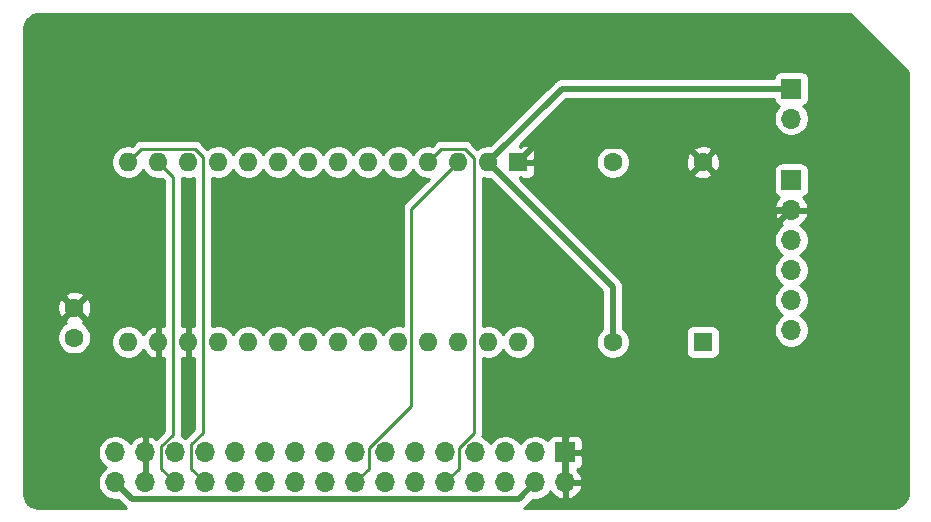
<source format=gbr>
%TF.GenerationSoftware,KiCad,Pcbnew,(5.1.12-1-10_14)*%
%TF.CreationDate,2022-01-05T16:58:03+01:00*%
%TF.ProjectId,kids serial,6b696473-2073-4657-9269-616c2e6b6963,rev?*%
%TF.SameCoordinates,Original*%
%TF.FileFunction,Copper,L2,Bot*%
%TF.FilePolarity,Positive*%
%FSLAX46Y46*%
G04 Gerber Fmt 4.6, Leading zero omitted, Abs format (unit mm)*
G04 Created by KiCad (PCBNEW (5.1.12-1-10_14)) date 2022-01-05 16:58:03*
%MOMM*%
%LPD*%
G01*
G04 APERTURE LIST*
%TA.AperFunction,ComponentPad*%
%ADD10O,1.700000X1.700000*%
%TD*%
%TA.AperFunction,ComponentPad*%
%ADD11R,1.700000X1.700000*%
%TD*%
%TA.AperFunction,ComponentPad*%
%ADD12O,1.600000X1.600000*%
%TD*%
%TA.AperFunction,ComponentPad*%
%ADD13R,1.600000X1.600000*%
%TD*%
%TA.AperFunction,ComponentPad*%
%ADD14C,1.600000*%
%TD*%
%TA.AperFunction,ViaPad*%
%ADD15C,0.800000*%
%TD*%
%TA.AperFunction,Conductor*%
%ADD16C,0.500000*%
%TD*%
%TA.AperFunction,Conductor*%
%ADD17C,0.250000*%
%TD*%
%TA.AperFunction,Conductor*%
%ADD18C,0.254000*%
%TD*%
%TA.AperFunction,Conductor*%
%ADD19C,0.100000*%
%TD*%
G04 APERTURE END LIST*
D10*
%TO.P,J1,32*%
%TO.N,+5V*%
X109016800Y-115138200D03*
%TO.P,J1,31*%
X109016800Y-112598200D03*
%TO.P,J1,30*%
%TO.N,GND*%
X111556800Y-115138200D03*
%TO.P,J1,29*%
X111556800Y-112598200D03*
%TO.P,J1,28*%
%TO.N,/A0*%
X114096800Y-115138200D03*
%TO.P,J1,27*%
%TO.N,/D0*%
X114096800Y-112598200D03*
%TO.P,J1,26*%
%TO.N,/A1*%
X116636800Y-115138200D03*
%TO.P,J1,25*%
%TO.N,/D1*%
X116636800Y-112598200D03*
%TO.P,J1,24*%
%TO.N,/A2*%
X119176800Y-115138200D03*
%TO.P,J1,23*%
%TO.N,/D2*%
X119176800Y-112598200D03*
%TO.P,J1,22*%
%TO.N,/A3*%
X121716800Y-115138200D03*
%TO.P,J1,21*%
%TO.N,/D3*%
X121716800Y-112598200D03*
%TO.P,J1,20*%
%TO.N,/A4*%
X124256800Y-115138200D03*
%TO.P,J1,19*%
%TO.N,/D4*%
X124256800Y-112598200D03*
%TO.P,J1,18*%
%TO.N,/A5*%
X126796800Y-115138200D03*
%TO.P,J1,17*%
%TO.N,/D5*%
X126796800Y-112598200D03*
%TO.P,J1,16*%
%TO.N,~CS*%
X129336800Y-115138200D03*
%TO.P,J1,15*%
%TO.N,/D6*%
X129336800Y-112598200D03*
%TO.P,J1,14*%
%TO.N,R~W*%
X131876800Y-115138200D03*
%TO.P,J1,13*%
%TO.N,/D7*%
X131876800Y-112598200D03*
%TO.P,J1,12*%
%TO.N,CLK*%
X134416800Y-115138200D03*
%TO.P,J1,11*%
%TO.N,~IRQ*%
X134416800Y-112598200D03*
%TO.P,J1,10*%
%TO.N,~RES*%
X136956800Y-115138200D03*
%TO.P,J1,9*%
%TO.N,Net-(J1-Pad9)*%
X136956800Y-112598200D03*
%TO.P,J1,8*%
%TO.N,Net-(J1-Pad8)*%
X139496800Y-115138200D03*
%TO.P,J1,7*%
%TO.N,Net-(J1-Pad7)*%
X139496800Y-112598200D03*
%TO.P,J1,6*%
%TO.N,Net-(J1-Pad6)*%
X142036800Y-115138200D03*
%TO.P,J1,5*%
%TO.N,Net-(J1-Pad5)*%
X142036800Y-112598200D03*
%TO.P,J1,4*%
%TO.N,+5V*%
X144576800Y-115138200D03*
%TO.P,J1,3*%
X144576800Y-112598200D03*
%TO.P,J1,2*%
%TO.N,GND*%
X147116800Y-115138200D03*
D11*
%TO.P,J1,1*%
X147116800Y-112598200D03*
%TD*%
D12*
%TO.P,U1,28*%
%TO.N,R~W*%
X143129000Y-103251000D03*
%TO.P,U1,14*%
%TO.N,/A1*%
X110109000Y-88011000D03*
%TO.P,U1,27*%
%TO.N,CLK*%
X140589000Y-103251000D03*
%TO.P,U1,13*%
%TO.N,/A0*%
X112649000Y-88011000D03*
%TO.P,U1,26*%
%TO.N,~IRQ*%
X138049000Y-103251000D03*
%TO.P,U1,12*%
%TO.N,TXD_IO*%
X115189000Y-88011000D03*
%TO.P,U1,25*%
%TO.N,/D7*%
X135509000Y-103251000D03*
%TO.P,U1,11*%
%TO.N,Net-(U1-Pad11)*%
X117729000Y-88011000D03*
%TO.P,U1,24*%
%TO.N,/D6*%
X132969000Y-103251000D03*
%TO.P,U1,10*%
%TO.N,RXD_IO*%
X120269000Y-88011000D03*
%TO.P,U1,23*%
%TO.N,/D5*%
X130429000Y-103251000D03*
%TO.P,U1,9*%
%TO.N,~RTS_IO*%
X122809000Y-88011000D03*
%TO.P,U1,22*%
%TO.N,/D4*%
X127889000Y-103251000D03*
%TO.P,U1,8*%
%TO.N,~CTS_IO*%
X125349000Y-88011000D03*
%TO.P,U1,21*%
%TO.N,/D3*%
X125349000Y-103251000D03*
%TO.P,U1,7*%
%TO.N,Net-(U1-Pad7)*%
X127889000Y-88011000D03*
%TO.P,U1,20*%
%TO.N,/D2*%
X122809000Y-103251000D03*
%TO.P,U1,6*%
%TO.N,XTAL_CLK*%
X130429000Y-88011000D03*
%TO.P,U1,19*%
%TO.N,/D1*%
X120269000Y-103251000D03*
%TO.P,U1,5*%
%TO.N,Net-(U1-Pad5)*%
X132969000Y-88011000D03*
%TO.P,U1,18*%
%TO.N,/D0*%
X117729000Y-103251000D03*
%TO.P,U1,4*%
%TO.N,~RES*%
X135509000Y-88011000D03*
%TO.P,U1,17*%
%TO.N,GND*%
X115189000Y-103251000D03*
%TO.P,U1,3*%
%TO.N,~CS*%
X138049000Y-88011000D03*
%TO.P,U1,16*%
%TO.N,GND*%
X112649000Y-103251000D03*
%TO.P,U1,2*%
%TO.N,+5V*%
X140589000Y-88011000D03*
%TO.P,U1,15*%
X110109000Y-103251000D03*
D13*
%TO.P,U1,1*%
%TO.N,GND*%
X143129000Y-88011000D03*
%TD*%
D10*
%TO.P,J3,2*%
%TO.N,VCC_IO*%
X166243000Y-84328000D03*
D11*
%TO.P,J3,1*%
%TO.N,+5V*%
X166243000Y-81788000D03*
%TD*%
D10*
%TO.P,J2,6*%
%TO.N,~CTS_IO*%
X166243000Y-102235000D03*
%TO.P,J2,5*%
%TO.N,~RTS_IO*%
X166243000Y-99695000D03*
%TO.P,J2,4*%
%TO.N,RXD_IO*%
X166243000Y-97155000D03*
%TO.P,J2,3*%
%TO.N,TXD_IO*%
X166243000Y-94615000D03*
%TO.P,J2,2*%
%TO.N,GND*%
X166243000Y-92075000D03*
D11*
%TO.P,J2,1*%
%TO.N,VCC_IO*%
X166243000Y-89535000D03*
%TD*%
D14*
%TO.P,C1,2*%
%TO.N,GND*%
X105537000Y-100370000D03*
%TO.P,C1,1*%
%TO.N,+5V*%
X105537000Y-102870000D03*
%TD*%
D13*
%TO.P,X1,1*%
%TO.N,Net-(X1-Pad1)*%
X158750000Y-103251000D03*
D14*
%TO.P,X1,14*%
%TO.N,+5V*%
X151130000Y-103251000D03*
%TO.P,X1,8*%
%TO.N,XTAL_CLK*%
X151130000Y-88011000D03*
%TO.P,X1,7*%
%TO.N,GND*%
X158750000Y-88011000D03*
%TD*%
D15*
%TO.N,GND*%
X126873000Y-95758000D03*
X166243000Y-108585000D03*
X166243000Y-78359000D03*
X105537000Y-78359000D03*
X137033000Y-78486000D03*
%TD*%
D16*
%TO.N,+5V*%
X146812000Y-81788000D02*
X166243000Y-81788000D01*
X140589000Y-88011000D02*
X146812000Y-81788000D01*
X151130000Y-98552000D02*
X140589000Y-88011000D01*
X151130000Y-103251000D02*
X151130000Y-98552000D01*
X143176799Y-116538201D02*
X144576800Y-115138200D01*
X110416801Y-116538201D02*
X143176799Y-116538201D01*
X109016800Y-115138200D02*
X110416801Y-116538201D01*
%TO.N,GND*%
X162814000Y-92075000D02*
X158750000Y-88011000D01*
X166243000Y-92075000D02*
X162814000Y-92075000D01*
X144479001Y-86660999D02*
X143129000Y-88011000D01*
X157399999Y-86660999D02*
X144479001Y-86660999D01*
X158750000Y-88011000D02*
X157399999Y-86660999D01*
X147116800Y-111201200D02*
X147116800Y-112598200D01*
X166243000Y-92075000D02*
X147116800Y-111201200D01*
X147116800Y-112598200D02*
X147116800Y-115138200D01*
D17*
%TO.N,/A0*%
X112921799Y-113963199D02*
X114096800Y-115138200D01*
X112921799Y-112034199D02*
X112921799Y-113963199D01*
X113874001Y-111081997D02*
X112921799Y-112034199D01*
X113874001Y-89236001D02*
X113874001Y-111081997D01*
X112649000Y-88011000D02*
X113874001Y-89236001D01*
%TO.N,/A1*%
X115461799Y-113963199D02*
X116636800Y-115138200D01*
X116414001Y-110966799D02*
X115461799Y-111919001D01*
X116414001Y-87572301D02*
X116414001Y-110966799D01*
X115727699Y-86885999D02*
X116414001Y-87572301D01*
X111234001Y-86885999D02*
X115727699Y-86885999D01*
X115461799Y-111919001D02*
X115461799Y-113963199D01*
X110109000Y-88011000D02*
X111234001Y-86885999D01*
%TO.N,~CS*%
X130511801Y-113963199D02*
X129336800Y-115138200D01*
X130511801Y-112224197D02*
X130511801Y-113963199D01*
X134094001Y-108641997D02*
X130511801Y-112224197D01*
X134094001Y-91965999D02*
X134094001Y-108641997D01*
X138049000Y-88011000D02*
X134094001Y-91965999D01*
%TO.N,~RES*%
X138131801Y-113963199D02*
X136956800Y-115138200D01*
X139363999Y-110991999D02*
X138131801Y-112224197D01*
X138589001Y-86885999D02*
X139363999Y-87660997D01*
X138131801Y-112224197D02*
X138131801Y-113963199D01*
X136634001Y-86885999D02*
X138589001Y-86885999D01*
X139363999Y-87660997D02*
X139363999Y-110991999D01*
X135509000Y-88011000D02*
X136634001Y-86885999D01*
%TD*%
D18*
%TO.N,GND*%
X102582353Y-75488000D02*
X171201620Y-75488000D01*
X176099000Y-80385381D01*
X176099001Y-115984647D01*
X176108289Y-116078951D01*
X176094766Y-116216876D01*
X176017551Y-116472624D01*
X175892131Y-116708504D01*
X175723289Y-116915525D01*
X175517446Y-117085813D01*
X175282444Y-117212879D01*
X175027240Y-117291877D01*
X174880291Y-117307322D01*
X174785647Y-117298000D01*
X143632714Y-117298000D01*
X143670858Y-117277612D01*
X143805616Y-117167018D01*
X143833333Y-117133245D01*
X144357840Y-116608739D01*
X144430540Y-116623200D01*
X144723060Y-116623200D01*
X145009958Y-116566132D01*
X145280211Y-116454190D01*
X145523432Y-116291675D01*
X145730275Y-116084832D01*
X145851995Y-115902666D01*
X145921622Y-116019555D01*
X146116531Y-116235788D01*
X146349880Y-116409841D01*
X146612701Y-116535025D01*
X146759910Y-116579676D01*
X146989800Y-116458355D01*
X146989800Y-115265200D01*
X147243800Y-115265200D01*
X147243800Y-116458355D01*
X147473690Y-116579676D01*
X147620899Y-116535025D01*
X147883720Y-116409841D01*
X148117069Y-116235788D01*
X148311978Y-116019555D01*
X148460957Y-115769452D01*
X148558281Y-115495091D01*
X148437614Y-115265200D01*
X147243800Y-115265200D01*
X146989800Y-115265200D01*
X146969800Y-115265200D01*
X146969800Y-115011200D01*
X146989800Y-115011200D01*
X146989800Y-112725200D01*
X147243800Y-112725200D01*
X147243800Y-115011200D01*
X148437614Y-115011200D01*
X148558281Y-114781309D01*
X148460957Y-114506948D01*
X148311978Y-114256845D01*
X148135174Y-114060698D01*
X148210980Y-114037702D01*
X148321294Y-113978737D01*
X148417985Y-113899385D01*
X148497337Y-113802694D01*
X148556302Y-113692380D01*
X148592612Y-113572682D01*
X148604872Y-113448200D01*
X148601800Y-112883950D01*
X148443050Y-112725200D01*
X147243800Y-112725200D01*
X146989800Y-112725200D01*
X146969800Y-112725200D01*
X146969800Y-112471200D01*
X146989800Y-112471200D01*
X146989800Y-111271950D01*
X147243800Y-111271950D01*
X147243800Y-112471200D01*
X148443050Y-112471200D01*
X148601800Y-112312450D01*
X148604872Y-111748200D01*
X148592612Y-111623718D01*
X148556302Y-111504020D01*
X148497337Y-111393706D01*
X148417985Y-111297015D01*
X148321294Y-111217663D01*
X148210980Y-111158698D01*
X148091282Y-111122388D01*
X147966800Y-111110128D01*
X147402550Y-111113200D01*
X147243800Y-111271950D01*
X146989800Y-111271950D01*
X146831050Y-111113200D01*
X146266800Y-111110128D01*
X146142318Y-111122388D01*
X146022620Y-111158698D01*
X145912306Y-111217663D01*
X145815615Y-111297015D01*
X145736263Y-111393706D01*
X145677298Y-111504020D01*
X145655287Y-111576580D01*
X145523432Y-111444725D01*
X145280211Y-111282210D01*
X145009958Y-111170268D01*
X144723060Y-111113200D01*
X144430540Y-111113200D01*
X144143642Y-111170268D01*
X143873389Y-111282210D01*
X143630168Y-111444725D01*
X143423325Y-111651568D01*
X143306800Y-111825960D01*
X143190275Y-111651568D01*
X142983432Y-111444725D01*
X142740211Y-111282210D01*
X142469958Y-111170268D01*
X142183060Y-111113200D01*
X141890540Y-111113200D01*
X141603642Y-111170268D01*
X141333389Y-111282210D01*
X141090168Y-111444725D01*
X140883325Y-111651568D01*
X140766800Y-111825960D01*
X140650275Y-111651568D01*
X140443432Y-111444725D01*
X140200211Y-111282210D01*
X140084679Y-111234355D01*
X140104201Y-111169998D01*
X140113002Y-111140985D01*
X140123999Y-111029332D01*
X140123999Y-111029323D01*
X140127675Y-110992000D01*
X140123999Y-110954677D01*
X140123999Y-104611622D01*
X140170426Y-104630853D01*
X140447665Y-104686000D01*
X140730335Y-104686000D01*
X141007574Y-104630853D01*
X141268727Y-104522680D01*
X141503759Y-104365637D01*
X141703637Y-104165759D01*
X141859000Y-103933241D01*
X142014363Y-104165759D01*
X142214241Y-104365637D01*
X142449273Y-104522680D01*
X142710426Y-104630853D01*
X142987665Y-104686000D01*
X143270335Y-104686000D01*
X143547574Y-104630853D01*
X143808727Y-104522680D01*
X144043759Y-104365637D01*
X144243637Y-104165759D01*
X144400680Y-103930727D01*
X144508853Y-103669574D01*
X144564000Y-103392335D01*
X144564000Y-103109665D01*
X144508853Y-102832426D01*
X144400680Y-102571273D01*
X144243637Y-102336241D01*
X144043759Y-102136363D01*
X143808727Y-101979320D01*
X143547574Y-101871147D01*
X143270335Y-101816000D01*
X142987665Y-101816000D01*
X142710426Y-101871147D01*
X142449273Y-101979320D01*
X142214241Y-102136363D01*
X142014363Y-102336241D01*
X141859000Y-102568759D01*
X141703637Y-102336241D01*
X141503759Y-102136363D01*
X141268727Y-101979320D01*
X141007574Y-101871147D01*
X140730335Y-101816000D01*
X140447665Y-101816000D01*
X140170426Y-101871147D01*
X140123999Y-101890378D01*
X140123999Y-89371622D01*
X140170426Y-89390853D01*
X140447665Y-89446000D01*
X140730335Y-89446000D01*
X140765439Y-89439017D01*
X150245001Y-98918580D01*
X150245000Y-102116479D01*
X150215241Y-102136363D01*
X150015363Y-102336241D01*
X149858320Y-102571273D01*
X149750147Y-102832426D01*
X149695000Y-103109665D01*
X149695000Y-103392335D01*
X149750147Y-103669574D01*
X149858320Y-103930727D01*
X150015363Y-104165759D01*
X150215241Y-104365637D01*
X150450273Y-104522680D01*
X150711426Y-104630853D01*
X150988665Y-104686000D01*
X151271335Y-104686000D01*
X151548574Y-104630853D01*
X151809727Y-104522680D01*
X152044759Y-104365637D01*
X152244637Y-104165759D01*
X152401680Y-103930727D01*
X152509853Y-103669574D01*
X152565000Y-103392335D01*
X152565000Y-103109665D01*
X152509853Y-102832426D01*
X152401680Y-102571273D01*
X152321317Y-102451000D01*
X157311928Y-102451000D01*
X157311928Y-104051000D01*
X157324188Y-104175482D01*
X157360498Y-104295180D01*
X157419463Y-104405494D01*
X157498815Y-104502185D01*
X157595506Y-104581537D01*
X157705820Y-104640502D01*
X157825518Y-104676812D01*
X157950000Y-104689072D01*
X159550000Y-104689072D01*
X159674482Y-104676812D01*
X159794180Y-104640502D01*
X159904494Y-104581537D01*
X160001185Y-104502185D01*
X160080537Y-104405494D01*
X160139502Y-104295180D01*
X160175812Y-104175482D01*
X160188072Y-104051000D01*
X160188072Y-102451000D01*
X160175812Y-102326518D01*
X160139502Y-102206820D01*
X160080537Y-102096506D01*
X160001185Y-101999815D01*
X159904494Y-101920463D01*
X159794180Y-101861498D01*
X159674482Y-101825188D01*
X159550000Y-101812928D01*
X157950000Y-101812928D01*
X157825518Y-101825188D01*
X157705820Y-101861498D01*
X157595506Y-101920463D01*
X157498815Y-101999815D01*
X157419463Y-102096506D01*
X157360498Y-102206820D01*
X157324188Y-102326518D01*
X157311928Y-102451000D01*
X152321317Y-102451000D01*
X152244637Y-102336241D01*
X152044759Y-102136363D01*
X152015000Y-102116479D01*
X152015000Y-98595465D01*
X152019281Y-98551999D01*
X152015000Y-98508533D01*
X152015000Y-98508523D01*
X152002195Y-98378510D01*
X151951589Y-98211687D01*
X151869411Y-98057941D01*
X151758817Y-97923183D01*
X151725049Y-97895470D01*
X148298319Y-94468740D01*
X164758000Y-94468740D01*
X164758000Y-94761260D01*
X164815068Y-95048158D01*
X164927010Y-95318411D01*
X165089525Y-95561632D01*
X165296368Y-95768475D01*
X165470760Y-95885000D01*
X165296368Y-96001525D01*
X165089525Y-96208368D01*
X164927010Y-96451589D01*
X164815068Y-96721842D01*
X164758000Y-97008740D01*
X164758000Y-97301260D01*
X164815068Y-97588158D01*
X164927010Y-97858411D01*
X165089525Y-98101632D01*
X165296368Y-98308475D01*
X165470760Y-98425000D01*
X165296368Y-98541525D01*
X165089525Y-98748368D01*
X164927010Y-98991589D01*
X164815068Y-99261842D01*
X164758000Y-99548740D01*
X164758000Y-99841260D01*
X164815068Y-100128158D01*
X164927010Y-100398411D01*
X165089525Y-100641632D01*
X165296368Y-100848475D01*
X165470760Y-100965000D01*
X165296368Y-101081525D01*
X165089525Y-101288368D01*
X164927010Y-101531589D01*
X164815068Y-101801842D01*
X164758000Y-102088740D01*
X164758000Y-102381260D01*
X164815068Y-102668158D01*
X164927010Y-102938411D01*
X165089525Y-103181632D01*
X165296368Y-103388475D01*
X165539589Y-103550990D01*
X165809842Y-103662932D01*
X166096740Y-103720000D01*
X166389260Y-103720000D01*
X166676158Y-103662932D01*
X166946411Y-103550990D01*
X167189632Y-103388475D01*
X167396475Y-103181632D01*
X167558990Y-102938411D01*
X167670932Y-102668158D01*
X167728000Y-102381260D01*
X167728000Y-102088740D01*
X167670932Y-101801842D01*
X167558990Y-101531589D01*
X167396475Y-101288368D01*
X167189632Y-101081525D01*
X167015240Y-100965000D01*
X167189632Y-100848475D01*
X167396475Y-100641632D01*
X167558990Y-100398411D01*
X167670932Y-100128158D01*
X167728000Y-99841260D01*
X167728000Y-99548740D01*
X167670932Y-99261842D01*
X167558990Y-98991589D01*
X167396475Y-98748368D01*
X167189632Y-98541525D01*
X167015240Y-98425000D01*
X167189632Y-98308475D01*
X167396475Y-98101632D01*
X167558990Y-97858411D01*
X167670932Y-97588158D01*
X167728000Y-97301260D01*
X167728000Y-97008740D01*
X167670932Y-96721842D01*
X167558990Y-96451589D01*
X167396475Y-96208368D01*
X167189632Y-96001525D01*
X167015240Y-95885000D01*
X167189632Y-95768475D01*
X167396475Y-95561632D01*
X167558990Y-95318411D01*
X167670932Y-95048158D01*
X167728000Y-94761260D01*
X167728000Y-94468740D01*
X167670932Y-94181842D01*
X167558990Y-93911589D01*
X167396475Y-93668368D01*
X167189632Y-93461525D01*
X167007466Y-93339805D01*
X167124355Y-93270178D01*
X167340588Y-93075269D01*
X167514641Y-92841920D01*
X167639825Y-92579099D01*
X167684476Y-92431890D01*
X167563155Y-92202000D01*
X166370000Y-92202000D01*
X166370000Y-92222000D01*
X166116000Y-92222000D01*
X166116000Y-92202000D01*
X164922845Y-92202000D01*
X164801524Y-92431890D01*
X164846175Y-92579099D01*
X164971359Y-92841920D01*
X165145412Y-93075269D01*
X165361645Y-93270178D01*
X165478534Y-93339805D01*
X165296368Y-93461525D01*
X165089525Y-93668368D01*
X164927010Y-93911589D01*
X164815068Y-94181842D01*
X164758000Y-94468740D01*
X148298319Y-94468740D01*
X143256002Y-89426424D01*
X143256002Y-89287252D01*
X143414750Y-89446000D01*
X143929000Y-89449072D01*
X144053482Y-89436812D01*
X144173180Y-89400502D01*
X144283494Y-89341537D01*
X144380185Y-89262185D01*
X144459537Y-89165494D01*
X144518502Y-89055180D01*
X144554812Y-88935482D01*
X144567072Y-88811000D01*
X144564000Y-88296750D01*
X144405250Y-88138000D01*
X143256000Y-88138000D01*
X143256000Y-88158000D01*
X143002000Y-88158000D01*
X143002000Y-88138000D01*
X142982000Y-88138000D01*
X142982000Y-87884000D01*
X143002000Y-87884000D01*
X143002000Y-87864000D01*
X143256000Y-87864000D01*
X143256000Y-87884000D01*
X144405250Y-87884000D01*
X144419585Y-87869665D01*
X149695000Y-87869665D01*
X149695000Y-88152335D01*
X149750147Y-88429574D01*
X149858320Y-88690727D01*
X150015363Y-88925759D01*
X150215241Y-89125637D01*
X150450273Y-89282680D01*
X150711426Y-89390853D01*
X150988665Y-89446000D01*
X151271335Y-89446000D01*
X151548574Y-89390853D01*
X151809727Y-89282680D01*
X152044759Y-89125637D01*
X152166694Y-89003702D01*
X157936903Y-89003702D01*
X158008486Y-89247671D01*
X158263996Y-89368571D01*
X158538184Y-89437300D01*
X158820512Y-89451217D01*
X159100130Y-89409787D01*
X159366292Y-89314603D01*
X159491514Y-89247671D01*
X159563097Y-89003702D01*
X158750000Y-88190605D01*
X157936903Y-89003702D01*
X152166694Y-89003702D01*
X152244637Y-88925759D01*
X152401680Y-88690727D01*
X152509853Y-88429574D01*
X152565000Y-88152335D01*
X152565000Y-88081512D01*
X157309783Y-88081512D01*
X157351213Y-88361130D01*
X157446397Y-88627292D01*
X157513329Y-88752514D01*
X157757298Y-88824097D01*
X158570395Y-88011000D01*
X158929605Y-88011000D01*
X159742702Y-88824097D01*
X159986671Y-88752514D01*
X160018616Y-88685000D01*
X164754928Y-88685000D01*
X164754928Y-90385000D01*
X164767188Y-90509482D01*
X164803498Y-90629180D01*
X164862463Y-90739494D01*
X164941815Y-90836185D01*
X165038506Y-90915537D01*
X165148820Y-90974502D01*
X165229466Y-90998966D01*
X165145412Y-91074731D01*
X164971359Y-91308080D01*
X164846175Y-91570901D01*
X164801524Y-91718110D01*
X164922845Y-91948000D01*
X166116000Y-91948000D01*
X166116000Y-91928000D01*
X166370000Y-91928000D01*
X166370000Y-91948000D01*
X167563155Y-91948000D01*
X167684476Y-91718110D01*
X167639825Y-91570901D01*
X167514641Y-91308080D01*
X167340588Y-91074731D01*
X167256534Y-90998966D01*
X167337180Y-90974502D01*
X167447494Y-90915537D01*
X167544185Y-90836185D01*
X167623537Y-90739494D01*
X167682502Y-90629180D01*
X167718812Y-90509482D01*
X167731072Y-90385000D01*
X167731072Y-88685000D01*
X167718812Y-88560518D01*
X167682502Y-88440820D01*
X167623537Y-88330506D01*
X167544185Y-88233815D01*
X167447494Y-88154463D01*
X167337180Y-88095498D01*
X167217482Y-88059188D01*
X167093000Y-88046928D01*
X165393000Y-88046928D01*
X165268518Y-88059188D01*
X165148820Y-88095498D01*
X165038506Y-88154463D01*
X164941815Y-88233815D01*
X164862463Y-88330506D01*
X164803498Y-88440820D01*
X164767188Y-88560518D01*
X164754928Y-88685000D01*
X160018616Y-88685000D01*
X160107571Y-88497004D01*
X160176300Y-88222816D01*
X160190217Y-87940488D01*
X160148787Y-87660870D01*
X160053603Y-87394708D01*
X159986671Y-87269486D01*
X159742702Y-87197903D01*
X158929605Y-88011000D01*
X158570395Y-88011000D01*
X157757298Y-87197903D01*
X157513329Y-87269486D01*
X157392429Y-87524996D01*
X157323700Y-87799184D01*
X157309783Y-88081512D01*
X152565000Y-88081512D01*
X152565000Y-87869665D01*
X152509853Y-87592426D01*
X152401680Y-87331273D01*
X152244637Y-87096241D01*
X152166694Y-87018298D01*
X157936903Y-87018298D01*
X158750000Y-87831395D01*
X159563097Y-87018298D01*
X159491514Y-86774329D01*
X159236004Y-86653429D01*
X158961816Y-86584700D01*
X158679488Y-86570783D01*
X158399870Y-86612213D01*
X158133708Y-86707397D01*
X158008486Y-86774329D01*
X157936903Y-87018298D01*
X152166694Y-87018298D01*
X152044759Y-86896363D01*
X151809727Y-86739320D01*
X151548574Y-86631147D01*
X151271335Y-86576000D01*
X150988665Y-86576000D01*
X150711426Y-86631147D01*
X150450273Y-86739320D01*
X150215241Y-86896363D01*
X150015363Y-87096241D01*
X149858320Y-87331273D01*
X149750147Y-87592426D01*
X149695000Y-87869665D01*
X144419585Y-87869665D01*
X144564000Y-87725250D01*
X144567072Y-87211000D01*
X144554812Y-87086518D01*
X144518502Y-86966820D01*
X144459537Y-86856506D01*
X144380185Y-86759815D01*
X144283494Y-86680463D01*
X144173180Y-86621498D01*
X144053482Y-86585188D01*
X143929000Y-86572928D01*
X143414750Y-86576000D01*
X143256002Y-86734748D01*
X143256002Y-86595576D01*
X147178579Y-82673000D01*
X164758375Y-82673000D01*
X164767188Y-82762482D01*
X164803498Y-82882180D01*
X164862463Y-82992494D01*
X164941815Y-83089185D01*
X165038506Y-83168537D01*
X165148820Y-83227502D01*
X165221380Y-83249513D01*
X165089525Y-83381368D01*
X164927010Y-83624589D01*
X164815068Y-83894842D01*
X164758000Y-84181740D01*
X164758000Y-84474260D01*
X164815068Y-84761158D01*
X164927010Y-85031411D01*
X165089525Y-85274632D01*
X165296368Y-85481475D01*
X165539589Y-85643990D01*
X165809842Y-85755932D01*
X166096740Y-85813000D01*
X166389260Y-85813000D01*
X166676158Y-85755932D01*
X166946411Y-85643990D01*
X167189632Y-85481475D01*
X167396475Y-85274632D01*
X167558990Y-85031411D01*
X167670932Y-84761158D01*
X167728000Y-84474260D01*
X167728000Y-84181740D01*
X167670932Y-83894842D01*
X167558990Y-83624589D01*
X167396475Y-83381368D01*
X167264620Y-83249513D01*
X167337180Y-83227502D01*
X167447494Y-83168537D01*
X167544185Y-83089185D01*
X167623537Y-82992494D01*
X167682502Y-82882180D01*
X167718812Y-82762482D01*
X167731072Y-82638000D01*
X167731072Y-80938000D01*
X167718812Y-80813518D01*
X167682502Y-80693820D01*
X167623537Y-80583506D01*
X167544185Y-80486815D01*
X167447494Y-80407463D01*
X167337180Y-80348498D01*
X167217482Y-80312188D01*
X167093000Y-80299928D01*
X165393000Y-80299928D01*
X165268518Y-80312188D01*
X165148820Y-80348498D01*
X165038506Y-80407463D01*
X164941815Y-80486815D01*
X164862463Y-80583506D01*
X164803498Y-80693820D01*
X164767188Y-80813518D01*
X164758375Y-80903000D01*
X146855469Y-80903000D01*
X146812000Y-80898719D01*
X146768531Y-80903000D01*
X146768523Y-80903000D01*
X146653306Y-80914348D01*
X146638509Y-80915805D01*
X146587903Y-80931157D01*
X146471687Y-80966411D01*
X146317941Y-81048589D01*
X146317939Y-81048590D01*
X146317940Y-81048590D01*
X146216953Y-81131468D01*
X146216951Y-81131470D01*
X146183183Y-81159183D01*
X146155470Y-81192951D01*
X140765439Y-86582983D01*
X140730335Y-86576000D01*
X140447665Y-86576000D01*
X140170426Y-86631147D01*
X139909273Y-86739320D01*
X139674241Y-86896363D01*
X139674204Y-86896400D01*
X139152804Y-86375001D01*
X139129002Y-86345998D01*
X139013277Y-86251025D01*
X138881248Y-86180453D01*
X138737987Y-86136996D01*
X138626334Y-86125999D01*
X138626323Y-86125999D01*
X138589001Y-86122323D01*
X138551679Y-86125999D01*
X136671326Y-86125999D01*
X136634001Y-86122323D01*
X136596676Y-86125999D01*
X136596668Y-86125999D01*
X136485015Y-86136996D01*
X136341754Y-86180453D01*
X136209725Y-86251025D01*
X136094000Y-86345998D01*
X136070202Y-86374996D01*
X135832886Y-86612312D01*
X135650335Y-86576000D01*
X135367665Y-86576000D01*
X135090426Y-86631147D01*
X134829273Y-86739320D01*
X134594241Y-86896363D01*
X134394363Y-87096241D01*
X134239000Y-87328759D01*
X134083637Y-87096241D01*
X133883759Y-86896363D01*
X133648727Y-86739320D01*
X133387574Y-86631147D01*
X133110335Y-86576000D01*
X132827665Y-86576000D01*
X132550426Y-86631147D01*
X132289273Y-86739320D01*
X132054241Y-86896363D01*
X131854363Y-87096241D01*
X131699000Y-87328759D01*
X131543637Y-87096241D01*
X131343759Y-86896363D01*
X131108727Y-86739320D01*
X130847574Y-86631147D01*
X130570335Y-86576000D01*
X130287665Y-86576000D01*
X130010426Y-86631147D01*
X129749273Y-86739320D01*
X129514241Y-86896363D01*
X129314363Y-87096241D01*
X129159000Y-87328759D01*
X129003637Y-87096241D01*
X128803759Y-86896363D01*
X128568727Y-86739320D01*
X128307574Y-86631147D01*
X128030335Y-86576000D01*
X127747665Y-86576000D01*
X127470426Y-86631147D01*
X127209273Y-86739320D01*
X126974241Y-86896363D01*
X126774363Y-87096241D01*
X126619000Y-87328759D01*
X126463637Y-87096241D01*
X126263759Y-86896363D01*
X126028727Y-86739320D01*
X125767574Y-86631147D01*
X125490335Y-86576000D01*
X125207665Y-86576000D01*
X124930426Y-86631147D01*
X124669273Y-86739320D01*
X124434241Y-86896363D01*
X124234363Y-87096241D01*
X124079000Y-87328759D01*
X123923637Y-87096241D01*
X123723759Y-86896363D01*
X123488727Y-86739320D01*
X123227574Y-86631147D01*
X122950335Y-86576000D01*
X122667665Y-86576000D01*
X122390426Y-86631147D01*
X122129273Y-86739320D01*
X121894241Y-86896363D01*
X121694363Y-87096241D01*
X121539000Y-87328759D01*
X121383637Y-87096241D01*
X121183759Y-86896363D01*
X120948727Y-86739320D01*
X120687574Y-86631147D01*
X120410335Y-86576000D01*
X120127665Y-86576000D01*
X119850426Y-86631147D01*
X119589273Y-86739320D01*
X119354241Y-86896363D01*
X119154363Y-87096241D01*
X118999000Y-87328759D01*
X118843637Y-87096241D01*
X118643759Y-86896363D01*
X118408727Y-86739320D01*
X118147574Y-86631147D01*
X117870335Y-86576000D01*
X117587665Y-86576000D01*
X117310426Y-86631147D01*
X117049273Y-86739320D01*
X116814241Y-86896363D01*
X116813553Y-86897051D01*
X116291502Y-86375001D01*
X116267700Y-86345998D01*
X116151975Y-86251025D01*
X116019946Y-86180453D01*
X115876685Y-86136996D01*
X115765032Y-86125999D01*
X115765021Y-86125999D01*
X115727699Y-86122323D01*
X115690377Y-86125999D01*
X111271326Y-86125999D01*
X111234001Y-86122323D01*
X111196676Y-86125999D01*
X111196668Y-86125999D01*
X111085015Y-86136996D01*
X110941754Y-86180453D01*
X110809725Y-86251025D01*
X110694000Y-86345998D01*
X110670202Y-86374996D01*
X110432886Y-86612312D01*
X110250335Y-86576000D01*
X109967665Y-86576000D01*
X109690426Y-86631147D01*
X109429273Y-86739320D01*
X109194241Y-86896363D01*
X108994363Y-87096241D01*
X108837320Y-87331273D01*
X108729147Y-87592426D01*
X108674000Y-87869665D01*
X108674000Y-88152335D01*
X108729147Y-88429574D01*
X108837320Y-88690727D01*
X108994363Y-88925759D01*
X109194241Y-89125637D01*
X109429273Y-89282680D01*
X109690426Y-89390853D01*
X109967665Y-89446000D01*
X110250335Y-89446000D01*
X110527574Y-89390853D01*
X110788727Y-89282680D01*
X111023759Y-89125637D01*
X111223637Y-88925759D01*
X111379000Y-88693241D01*
X111534363Y-88925759D01*
X111734241Y-89125637D01*
X111969273Y-89282680D01*
X112230426Y-89390853D01*
X112507665Y-89446000D01*
X112790335Y-89446000D01*
X112972886Y-89409688D01*
X113114001Y-89550803D01*
X113114002Y-101894269D01*
X112998039Y-101859096D01*
X112776000Y-101981085D01*
X112776000Y-103124000D01*
X112796000Y-103124000D01*
X112796000Y-103378000D01*
X112776000Y-103378000D01*
X112776000Y-104520915D01*
X112998039Y-104642904D01*
X113114002Y-104607731D01*
X113114002Y-110767194D01*
X112455984Y-111425213D01*
X112323720Y-111326559D01*
X112060899Y-111201375D01*
X111913690Y-111156724D01*
X111683800Y-111278045D01*
X111683800Y-112471200D01*
X111703800Y-112471200D01*
X111703800Y-112725200D01*
X111683800Y-112725200D01*
X111683800Y-115011200D01*
X111703800Y-115011200D01*
X111703800Y-115265200D01*
X111683800Y-115265200D01*
X111683800Y-115285200D01*
X111429800Y-115285200D01*
X111429800Y-115265200D01*
X111409800Y-115265200D01*
X111409800Y-115011200D01*
X111429800Y-115011200D01*
X111429800Y-112725200D01*
X111409800Y-112725200D01*
X111409800Y-112471200D01*
X111429800Y-112471200D01*
X111429800Y-111278045D01*
X111199910Y-111156724D01*
X111052701Y-111201375D01*
X110789880Y-111326559D01*
X110556531Y-111500612D01*
X110361622Y-111716845D01*
X110291995Y-111833734D01*
X110170275Y-111651568D01*
X109963432Y-111444725D01*
X109720211Y-111282210D01*
X109449958Y-111170268D01*
X109163060Y-111113200D01*
X108870540Y-111113200D01*
X108583642Y-111170268D01*
X108313389Y-111282210D01*
X108070168Y-111444725D01*
X107863325Y-111651568D01*
X107700810Y-111894789D01*
X107588868Y-112165042D01*
X107531800Y-112451940D01*
X107531800Y-112744460D01*
X107588868Y-113031358D01*
X107700810Y-113301611D01*
X107863325Y-113544832D01*
X108070168Y-113751675D01*
X108244560Y-113868200D01*
X108070168Y-113984725D01*
X107863325Y-114191568D01*
X107700810Y-114434789D01*
X107588868Y-114705042D01*
X107531800Y-114991940D01*
X107531800Y-115284460D01*
X107588868Y-115571358D01*
X107700810Y-115841611D01*
X107863325Y-116084832D01*
X108070168Y-116291675D01*
X108313389Y-116454190D01*
X108583642Y-116566132D01*
X108870540Y-116623200D01*
X109163060Y-116623200D01*
X109235760Y-116608739D01*
X109760271Y-117133250D01*
X109787984Y-117167018D01*
X109821752Y-117194731D01*
X109821754Y-117194733D01*
X109869449Y-117233875D01*
X109922742Y-117277612D01*
X109960886Y-117298000D01*
X102582353Y-117298000D01*
X102488044Y-117307289D01*
X102350124Y-117293766D01*
X102094376Y-117216551D01*
X101858496Y-117091131D01*
X101651475Y-116922289D01*
X101481187Y-116716446D01*
X101354121Y-116481444D01*
X101275123Y-116226240D01*
X101259678Y-116079291D01*
X101269000Y-115984647D01*
X101269000Y-102728665D01*
X104102000Y-102728665D01*
X104102000Y-103011335D01*
X104157147Y-103288574D01*
X104265320Y-103549727D01*
X104422363Y-103784759D01*
X104622241Y-103984637D01*
X104857273Y-104141680D01*
X105118426Y-104249853D01*
X105395665Y-104305000D01*
X105678335Y-104305000D01*
X105955574Y-104249853D01*
X106216727Y-104141680D01*
X106451759Y-103984637D01*
X106651637Y-103784759D01*
X106808680Y-103549727D01*
X106916853Y-103288574D01*
X106952440Y-103109665D01*
X108674000Y-103109665D01*
X108674000Y-103392335D01*
X108729147Y-103669574D01*
X108837320Y-103930727D01*
X108994363Y-104165759D01*
X109194241Y-104365637D01*
X109429273Y-104522680D01*
X109690426Y-104630853D01*
X109967665Y-104686000D01*
X110250335Y-104686000D01*
X110527574Y-104630853D01*
X110788727Y-104522680D01*
X111023759Y-104365637D01*
X111223637Y-104165759D01*
X111380680Y-103930727D01*
X111385067Y-103920135D01*
X111496615Y-104106131D01*
X111685586Y-104314519D01*
X111911580Y-104482037D01*
X112165913Y-104602246D01*
X112299961Y-104642904D01*
X112522000Y-104520915D01*
X112522000Y-103378000D01*
X112502000Y-103378000D01*
X112502000Y-103124000D01*
X112522000Y-103124000D01*
X112522000Y-101981085D01*
X112299961Y-101859096D01*
X112165913Y-101899754D01*
X111911580Y-102019963D01*
X111685586Y-102187481D01*
X111496615Y-102395869D01*
X111385067Y-102581865D01*
X111380680Y-102571273D01*
X111223637Y-102336241D01*
X111023759Y-102136363D01*
X110788727Y-101979320D01*
X110527574Y-101871147D01*
X110250335Y-101816000D01*
X109967665Y-101816000D01*
X109690426Y-101871147D01*
X109429273Y-101979320D01*
X109194241Y-102136363D01*
X108994363Y-102336241D01*
X108837320Y-102571273D01*
X108729147Y-102832426D01*
X108674000Y-103109665D01*
X106952440Y-103109665D01*
X106972000Y-103011335D01*
X106972000Y-102728665D01*
X106916853Y-102451426D01*
X106808680Y-102190273D01*
X106651637Y-101955241D01*
X106451759Y-101755363D01*
X106251131Y-101621308D01*
X106278514Y-101606671D01*
X106350097Y-101362702D01*
X105537000Y-100549605D01*
X104723903Y-101362702D01*
X104795486Y-101606671D01*
X104824341Y-101620324D01*
X104622241Y-101755363D01*
X104422363Y-101955241D01*
X104265320Y-102190273D01*
X104157147Y-102451426D01*
X104102000Y-102728665D01*
X101269000Y-102728665D01*
X101269000Y-100440512D01*
X104096783Y-100440512D01*
X104138213Y-100720130D01*
X104233397Y-100986292D01*
X104300329Y-101111514D01*
X104544298Y-101183097D01*
X105357395Y-100370000D01*
X105716605Y-100370000D01*
X106529702Y-101183097D01*
X106773671Y-101111514D01*
X106894571Y-100856004D01*
X106963300Y-100581816D01*
X106977217Y-100299488D01*
X106935787Y-100019870D01*
X106840603Y-99753708D01*
X106773671Y-99628486D01*
X106529702Y-99556903D01*
X105716605Y-100370000D01*
X105357395Y-100370000D01*
X104544298Y-99556903D01*
X104300329Y-99628486D01*
X104179429Y-99883996D01*
X104110700Y-100158184D01*
X104096783Y-100440512D01*
X101269000Y-100440512D01*
X101269000Y-99377298D01*
X104723903Y-99377298D01*
X105537000Y-100190395D01*
X106350097Y-99377298D01*
X106278514Y-99133329D01*
X106023004Y-99012429D01*
X105748816Y-98943700D01*
X105466488Y-98929783D01*
X105186870Y-98971213D01*
X104920708Y-99066397D01*
X104795486Y-99133329D01*
X104723903Y-99377298D01*
X101269000Y-99377298D01*
X101269000Y-76801353D01*
X101259711Y-76707043D01*
X101273234Y-76569125D01*
X101350448Y-76313378D01*
X101475869Y-76077496D01*
X101644716Y-75870470D01*
X101850554Y-75700187D01*
X102085556Y-75573121D01*
X102340756Y-75494124D01*
X102487711Y-75478678D01*
X102582353Y-75488000D01*
%TA.AperFunction,Conductor*%
D19*
G36*
X102582353Y-75488000D02*
G01*
X171201620Y-75488000D01*
X176099000Y-80385381D01*
X176099001Y-115984647D01*
X176108289Y-116078951D01*
X176094766Y-116216876D01*
X176017551Y-116472624D01*
X175892131Y-116708504D01*
X175723289Y-116915525D01*
X175517446Y-117085813D01*
X175282444Y-117212879D01*
X175027240Y-117291877D01*
X174880291Y-117307322D01*
X174785647Y-117298000D01*
X143632714Y-117298000D01*
X143670858Y-117277612D01*
X143805616Y-117167018D01*
X143833333Y-117133245D01*
X144357840Y-116608739D01*
X144430540Y-116623200D01*
X144723060Y-116623200D01*
X145009958Y-116566132D01*
X145280211Y-116454190D01*
X145523432Y-116291675D01*
X145730275Y-116084832D01*
X145851995Y-115902666D01*
X145921622Y-116019555D01*
X146116531Y-116235788D01*
X146349880Y-116409841D01*
X146612701Y-116535025D01*
X146759910Y-116579676D01*
X146989800Y-116458355D01*
X146989800Y-115265200D01*
X147243800Y-115265200D01*
X147243800Y-116458355D01*
X147473690Y-116579676D01*
X147620899Y-116535025D01*
X147883720Y-116409841D01*
X148117069Y-116235788D01*
X148311978Y-116019555D01*
X148460957Y-115769452D01*
X148558281Y-115495091D01*
X148437614Y-115265200D01*
X147243800Y-115265200D01*
X146989800Y-115265200D01*
X146969800Y-115265200D01*
X146969800Y-115011200D01*
X146989800Y-115011200D01*
X146989800Y-112725200D01*
X147243800Y-112725200D01*
X147243800Y-115011200D01*
X148437614Y-115011200D01*
X148558281Y-114781309D01*
X148460957Y-114506948D01*
X148311978Y-114256845D01*
X148135174Y-114060698D01*
X148210980Y-114037702D01*
X148321294Y-113978737D01*
X148417985Y-113899385D01*
X148497337Y-113802694D01*
X148556302Y-113692380D01*
X148592612Y-113572682D01*
X148604872Y-113448200D01*
X148601800Y-112883950D01*
X148443050Y-112725200D01*
X147243800Y-112725200D01*
X146989800Y-112725200D01*
X146969800Y-112725200D01*
X146969800Y-112471200D01*
X146989800Y-112471200D01*
X146989800Y-111271950D01*
X147243800Y-111271950D01*
X147243800Y-112471200D01*
X148443050Y-112471200D01*
X148601800Y-112312450D01*
X148604872Y-111748200D01*
X148592612Y-111623718D01*
X148556302Y-111504020D01*
X148497337Y-111393706D01*
X148417985Y-111297015D01*
X148321294Y-111217663D01*
X148210980Y-111158698D01*
X148091282Y-111122388D01*
X147966800Y-111110128D01*
X147402550Y-111113200D01*
X147243800Y-111271950D01*
X146989800Y-111271950D01*
X146831050Y-111113200D01*
X146266800Y-111110128D01*
X146142318Y-111122388D01*
X146022620Y-111158698D01*
X145912306Y-111217663D01*
X145815615Y-111297015D01*
X145736263Y-111393706D01*
X145677298Y-111504020D01*
X145655287Y-111576580D01*
X145523432Y-111444725D01*
X145280211Y-111282210D01*
X145009958Y-111170268D01*
X144723060Y-111113200D01*
X144430540Y-111113200D01*
X144143642Y-111170268D01*
X143873389Y-111282210D01*
X143630168Y-111444725D01*
X143423325Y-111651568D01*
X143306800Y-111825960D01*
X143190275Y-111651568D01*
X142983432Y-111444725D01*
X142740211Y-111282210D01*
X142469958Y-111170268D01*
X142183060Y-111113200D01*
X141890540Y-111113200D01*
X141603642Y-111170268D01*
X141333389Y-111282210D01*
X141090168Y-111444725D01*
X140883325Y-111651568D01*
X140766800Y-111825960D01*
X140650275Y-111651568D01*
X140443432Y-111444725D01*
X140200211Y-111282210D01*
X140084679Y-111234355D01*
X140104201Y-111169998D01*
X140113002Y-111140985D01*
X140123999Y-111029332D01*
X140123999Y-111029323D01*
X140127675Y-110992000D01*
X140123999Y-110954677D01*
X140123999Y-104611622D01*
X140170426Y-104630853D01*
X140447665Y-104686000D01*
X140730335Y-104686000D01*
X141007574Y-104630853D01*
X141268727Y-104522680D01*
X141503759Y-104365637D01*
X141703637Y-104165759D01*
X141859000Y-103933241D01*
X142014363Y-104165759D01*
X142214241Y-104365637D01*
X142449273Y-104522680D01*
X142710426Y-104630853D01*
X142987665Y-104686000D01*
X143270335Y-104686000D01*
X143547574Y-104630853D01*
X143808727Y-104522680D01*
X144043759Y-104365637D01*
X144243637Y-104165759D01*
X144400680Y-103930727D01*
X144508853Y-103669574D01*
X144564000Y-103392335D01*
X144564000Y-103109665D01*
X144508853Y-102832426D01*
X144400680Y-102571273D01*
X144243637Y-102336241D01*
X144043759Y-102136363D01*
X143808727Y-101979320D01*
X143547574Y-101871147D01*
X143270335Y-101816000D01*
X142987665Y-101816000D01*
X142710426Y-101871147D01*
X142449273Y-101979320D01*
X142214241Y-102136363D01*
X142014363Y-102336241D01*
X141859000Y-102568759D01*
X141703637Y-102336241D01*
X141503759Y-102136363D01*
X141268727Y-101979320D01*
X141007574Y-101871147D01*
X140730335Y-101816000D01*
X140447665Y-101816000D01*
X140170426Y-101871147D01*
X140123999Y-101890378D01*
X140123999Y-89371622D01*
X140170426Y-89390853D01*
X140447665Y-89446000D01*
X140730335Y-89446000D01*
X140765439Y-89439017D01*
X150245001Y-98918580D01*
X150245000Y-102116479D01*
X150215241Y-102136363D01*
X150015363Y-102336241D01*
X149858320Y-102571273D01*
X149750147Y-102832426D01*
X149695000Y-103109665D01*
X149695000Y-103392335D01*
X149750147Y-103669574D01*
X149858320Y-103930727D01*
X150015363Y-104165759D01*
X150215241Y-104365637D01*
X150450273Y-104522680D01*
X150711426Y-104630853D01*
X150988665Y-104686000D01*
X151271335Y-104686000D01*
X151548574Y-104630853D01*
X151809727Y-104522680D01*
X152044759Y-104365637D01*
X152244637Y-104165759D01*
X152401680Y-103930727D01*
X152509853Y-103669574D01*
X152565000Y-103392335D01*
X152565000Y-103109665D01*
X152509853Y-102832426D01*
X152401680Y-102571273D01*
X152321317Y-102451000D01*
X157311928Y-102451000D01*
X157311928Y-104051000D01*
X157324188Y-104175482D01*
X157360498Y-104295180D01*
X157419463Y-104405494D01*
X157498815Y-104502185D01*
X157595506Y-104581537D01*
X157705820Y-104640502D01*
X157825518Y-104676812D01*
X157950000Y-104689072D01*
X159550000Y-104689072D01*
X159674482Y-104676812D01*
X159794180Y-104640502D01*
X159904494Y-104581537D01*
X160001185Y-104502185D01*
X160080537Y-104405494D01*
X160139502Y-104295180D01*
X160175812Y-104175482D01*
X160188072Y-104051000D01*
X160188072Y-102451000D01*
X160175812Y-102326518D01*
X160139502Y-102206820D01*
X160080537Y-102096506D01*
X160001185Y-101999815D01*
X159904494Y-101920463D01*
X159794180Y-101861498D01*
X159674482Y-101825188D01*
X159550000Y-101812928D01*
X157950000Y-101812928D01*
X157825518Y-101825188D01*
X157705820Y-101861498D01*
X157595506Y-101920463D01*
X157498815Y-101999815D01*
X157419463Y-102096506D01*
X157360498Y-102206820D01*
X157324188Y-102326518D01*
X157311928Y-102451000D01*
X152321317Y-102451000D01*
X152244637Y-102336241D01*
X152044759Y-102136363D01*
X152015000Y-102116479D01*
X152015000Y-98595465D01*
X152019281Y-98551999D01*
X152015000Y-98508533D01*
X152015000Y-98508523D01*
X152002195Y-98378510D01*
X151951589Y-98211687D01*
X151869411Y-98057941D01*
X151758817Y-97923183D01*
X151725049Y-97895470D01*
X148298319Y-94468740D01*
X164758000Y-94468740D01*
X164758000Y-94761260D01*
X164815068Y-95048158D01*
X164927010Y-95318411D01*
X165089525Y-95561632D01*
X165296368Y-95768475D01*
X165470760Y-95885000D01*
X165296368Y-96001525D01*
X165089525Y-96208368D01*
X164927010Y-96451589D01*
X164815068Y-96721842D01*
X164758000Y-97008740D01*
X164758000Y-97301260D01*
X164815068Y-97588158D01*
X164927010Y-97858411D01*
X165089525Y-98101632D01*
X165296368Y-98308475D01*
X165470760Y-98425000D01*
X165296368Y-98541525D01*
X165089525Y-98748368D01*
X164927010Y-98991589D01*
X164815068Y-99261842D01*
X164758000Y-99548740D01*
X164758000Y-99841260D01*
X164815068Y-100128158D01*
X164927010Y-100398411D01*
X165089525Y-100641632D01*
X165296368Y-100848475D01*
X165470760Y-100965000D01*
X165296368Y-101081525D01*
X165089525Y-101288368D01*
X164927010Y-101531589D01*
X164815068Y-101801842D01*
X164758000Y-102088740D01*
X164758000Y-102381260D01*
X164815068Y-102668158D01*
X164927010Y-102938411D01*
X165089525Y-103181632D01*
X165296368Y-103388475D01*
X165539589Y-103550990D01*
X165809842Y-103662932D01*
X166096740Y-103720000D01*
X166389260Y-103720000D01*
X166676158Y-103662932D01*
X166946411Y-103550990D01*
X167189632Y-103388475D01*
X167396475Y-103181632D01*
X167558990Y-102938411D01*
X167670932Y-102668158D01*
X167728000Y-102381260D01*
X167728000Y-102088740D01*
X167670932Y-101801842D01*
X167558990Y-101531589D01*
X167396475Y-101288368D01*
X167189632Y-101081525D01*
X167015240Y-100965000D01*
X167189632Y-100848475D01*
X167396475Y-100641632D01*
X167558990Y-100398411D01*
X167670932Y-100128158D01*
X167728000Y-99841260D01*
X167728000Y-99548740D01*
X167670932Y-99261842D01*
X167558990Y-98991589D01*
X167396475Y-98748368D01*
X167189632Y-98541525D01*
X167015240Y-98425000D01*
X167189632Y-98308475D01*
X167396475Y-98101632D01*
X167558990Y-97858411D01*
X167670932Y-97588158D01*
X167728000Y-97301260D01*
X167728000Y-97008740D01*
X167670932Y-96721842D01*
X167558990Y-96451589D01*
X167396475Y-96208368D01*
X167189632Y-96001525D01*
X167015240Y-95885000D01*
X167189632Y-95768475D01*
X167396475Y-95561632D01*
X167558990Y-95318411D01*
X167670932Y-95048158D01*
X167728000Y-94761260D01*
X167728000Y-94468740D01*
X167670932Y-94181842D01*
X167558990Y-93911589D01*
X167396475Y-93668368D01*
X167189632Y-93461525D01*
X167007466Y-93339805D01*
X167124355Y-93270178D01*
X167340588Y-93075269D01*
X167514641Y-92841920D01*
X167639825Y-92579099D01*
X167684476Y-92431890D01*
X167563155Y-92202000D01*
X166370000Y-92202000D01*
X166370000Y-92222000D01*
X166116000Y-92222000D01*
X166116000Y-92202000D01*
X164922845Y-92202000D01*
X164801524Y-92431890D01*
X164846175Y-92579099D01*
X164971359Y-92841920D01*
X165145412Y-93075269D01*
X165361645Y-93270178D01*
X165478534Y-93339805D01*
X165296368Y-93461525D01*
X165089525Y-93668368D01*
X164927010Y-93911589D01*
X164815068Y-94181842D01*
X164758000Y-94468740D01*
X148298319Y-94468740D01*
X143256002Y-89426424D01*
X143256002Y-89287252D01*
X143414750Y-89446000D01*
X143929000Y-89449072D01*
X144053482Y-89436812D01*
X144173180Y-89400502D01*
X144283494Y-89341537D01*
X144380185Y-89262185D01*
X144459537Y-89165494D01*
X144518502Y-89055180D01*
X144554812Y-88935482D01*
X144567072Y-88811000D01*
X144564000Y-88296750D01*
X144405250Y-88138000D01*
X143256000Y-88138000D01*
X143256000Y-88158000D01*
X143002000Y-88158000D01*
X143002000Y-88138000D01*
X142982000Y-88138000D01*
X142982000Y-87884000D01*
X143002000Y-87884000D01*
X143002000Y-87864000D01*
X143256000Y-87864000D01*
X143256000Y-87884000D01*
X144405250Y-87884000D01*
X144419585Y-87869665D01*
X149695000Y-87869665D01*
X149695000Y-88152335D01*
X149750147Y-88429574D01*
X149858320Y-88690727D01*
X150015363Y-88925759D01*
X150215241Y-89125637D01*
X150450273Y-89282680D01*
X150711426Y-89390853D01*
X150988665Y-89446000D01*
X151271335Y-89446000D01*
X151548574Y-89390853D01*
X151809727Y-89282680D01*
X152044759Y-89125637D01*
X152166694Y-89003702D01*
X157936903Y-89003702D01*
X158008486Y-89247671D01*
X158263996Y-89368571D01*
X158538184Y-89437300D01*
X158820512Y-89451217D01*
X159100130Y-89409787D01*
X159366292Y-89314603D01*
X159491514Y-89247671D01*
X159563097Y-89003702D01*
X158750000Y-88190605D01*
X157936903Y-89003702D01*
X152166694Y-89003702D01*
X152244637Y-88925759D01*
X152401680Y-88690727D01*
X152509853Y-88429574D01*
X152565000Y-88152335D01*
X152565000Y-88081512D01*
X157309783Y-88081512D01*
X157351213Y-88361130D01*
X157446397Y-88627292D01*
X157513329Y-88752514D01*
X157757298Y-88824097D01*
X158570395Y-88011000D01*
X158929605Y-88011000D01*
X159742702Y-88824097D01*
X159986671Y-88752514D01*
X160018616Y-88685000D01*
X164754928Y-88685000D01*
X164754928Y-90385000D01*
X164767188Y-90509482D01*
X164803498Y-90629180D01*
X164862463Y-90739494D01*
X164941815Y-90836185D01*
X165038506Y-90915537D01*
X165148820Y-90974502D01*
X165229466Y-90998966D01*
X165145412Y-91074731D01*
X164971359Y-91308080D01*
X164846175Y-91570901D01*
X164801524Y-91718110D01*
X164922845Y-91948000D01*
X166116000Y-91948000D01*
X166116000Y-91928000D01*
X166370000Y-91928000D01*
X166370000Y-91948000D01*
X167563155Y-91948000D01*
X167684476Y-91718110D01*
X167639825Y-91570901D01*
X167514641Y-91308080D01*
X167340588Y-91074731D01*
X167256534Y-90998966D01*
X167337180Y-90974502D01*
X167447494Y-90915537D01*
X167544185Y-90836185D01*
X167623537Y-90739494D01*
X167682502Y-90629180D01*
X167718812Y-90509482D01*
X167731072Y-90385000D01*
X167731072Y-88685000D01*
X167718812Y-88560518D01*
X167682502Y-88440820D01*
X167623537Y-88330506D01*
X167544185Y-88233815D01*
X167447494Y-88154463D01*
X167337180Y-88095498D01*
X167217482Y-88059188D01*
X167093000Y-88046928D01*
X165393000Y-88046928D01*
X165268518Y-88059188D01*
X165148820Y-88095498D01*
X165038506Y-88154463D01*
X164941815Y-88233815D01*
X164862463Y-88330506D01*
X164803498Y-88440820D01*
X164767188Y-88560518D01*
X164754928Y-88685000D01*
X160018616Y-88685000D01*
X160107571Y-88497004D01*
X160176300Y-88222816D01*
X160190217Y-87940488D01*
X160148787Y-87660870D01*
X160053603Y-87394708D01*
X159986671Y-87269486D01*
X159742702Y-87197903D01*
X158929605Y-88011000D01*
X158570395Y-88011000D01*
X157757298Y-87197903D01*
X157513329Y-87269486D01*
X157392429Y-87524996D01*
X157323700Y-87799184D01*
X157309783Y-88081512D01*
X152565000Y-88081512D01*
X152565000Y-87869665D01*
X152509853Y-87592426D01*
X152401680Y-87331273D01*
X152244637Y-87096241D01*
X152166694Y-87018298D01*
X157936903Y-87018298D01*
X158750000Y-87831395D01*
X159563097Y-87018298D01*
X159491514Y-86774329D01*
X159236004Y-86653429D01*
X158961816Y-86584700D01*
X158679488Y-86570783D01*
X158399870Y-86612213D01*
X158133708Y-86707397D01*
X158008486Y-86774329D01*
X157936903Y-87018298D01*
X152166694Y-87018298D01*
X152044759Y-86896363D01*
X151809727Y-86739320D01*
X151548574Y-86631147D01*
X151271335Y-86576000D01*
X150988665Y-86576000D01*
X150711426Y-86631147D01*
X150450273Y-86739320D01*
X150215241Y-86896363D01*
X150015363Y-87096241D01*
X149858320Y-87331273D01*
X149750147Y-87592426D01*
X149695000Y-87869665D01*
X144419585Y-87869665D01*
X144564000Y-87725250D01*
X144567072Y-87211000D01*
X144554812Y-87086518D01*
X144518502Y-86966820D01*
X144459537Y-86856506D01*
X144380185Y-86759815D01*
X144283494Y-86680463D01*
X144173180Y-86621498D01*
X144053482Y-86585188D01*
X143929000Y-86572928D01*
X143414750Y-86576000D01*
X143256002Y-86734748D01*
X143256002Y-86595576D01*
X147178579Y-82673000D01*
X164758375Y-82673000D01*
X164767188Y-82762482D01*
X164803498Y-82882180D01*
X164862463Y-82992494D01*
X164941815Y-83089185D01*
X165038506Y-83168537D01*
X165148820Y-83227502D01*
X165221380Y-83249513D01*
X165089525Y-83381368D01*
X164927010Y-83624589D01*
X164815068Y-83894842D01*
X164758000Y-84181740D01*
X164758000Y-84474260D01*
X164815068Y-84761158D01*
X164927010Y-85031411D01*
X165089525Y-85274632D01*
X165296368Y-85481475D01*
X165539589Y-85643990D01*
X165809842Y-85755932D01*
X166096740Y-85813000D01*
X166389260Y-85813000D01*
X166676158Y-85755932D01*
X166946411Y-85643990D01*
X167189632Y-85481475D01*
X167396475Y-85274632D01*
X167558990Y-85031411D01*
X167670932Y-84761158D01*
X167728000Y-84474260D01*
X167728000Y-84181740D01*
X167670932Y-83894842D01*
X167558990Y-83624589D01*
X167396475Y-83381368D01*
X167264620Y-83249513D01*
X167337180Y-83227502D01*
X167447494Y-83168537D01*
X167544185Y-83089185D01*
X167623537Y-82992494D01*
X167682502Y-82882180D01*
X167718812Y-82762482D01*
X167731072Y-82638000D01*
X167731072Y-80938000D01*
X167718812Y-80813518D01*
X167682502Y-80693820D01*
X167623537Y-80583506D01*
X167544185Y-80486815D01*
X167447494Y-80407463D01*
X167337180Y-80348498D01*
X167217482Y-80312188D01*
X167093000Y-80299928D01*
X165393000Y-80299928D01*
X165268518Y-80312188D01*
X165148820Y-80348498D01*
X165038506Y-80407463D01*
X164941815Y-80486815D01*
X164862463Y-80583506D01*
X164803498Y-80693820D01*
X164767188Y-80813518D01*
X164758375Y-80903000D01*
X146855469Y-80903000D01*
X146812000Y-80898719D01*
X146768531Y-80903000D01*
X146768523Y-80903000D01*
X146653306Y-80914348D01*
X146638509Y-80915805D01*
X146587903Y-80931157D01*
X146471687Y-80966411D01*
X146317941Y-81048589D01*
X146317939Y-81048590D01*
X146317940Y-81048590D01*
X146216953Y-81131468D01*
X146216951Y-81131470D01*
X146183183Y-81159183D01*
X146155470Y-81192951D01*
X140765439Y-86582983D01*
X140730335Y-86576000D01*
X140447665Y-86576000D01*
X140170426Y-86631147D01*
X139909273Y-86739320D01*
X139674241Y-86896363D01*
X139674204Y-86896400D01*
X139152804Y-86375001D01*
X139129002Y-86345998D01*
X139013277Y-86251025D01*
X138881248Y-86180453D01*
X138737987Y-86136996D01*
X138626334Y-86125999D01*
X138626323Y-86125999D01*
X138589001Y-86122323D01*
X138551679Y-86125999D01*
X136671326Y-86125999D01*
X136634001Y-86122323D01*
X136596676Y-86125999D01*
X136596668Y-86125999D01*
X136485015Y-86136996D01*
X136341754Y-86180453D01*
X136209725Y-86251025D01*
X136094000Y-86345998D01*
X136070202Y-86374996D01*
X135832886Y-86612312D01*
X135650335Y-86576000D01*
X135367665Y-86576000D01*
X135090426Y-86631147D01*
X134829273Y-86739320D01*
X134594241Y-86896363D01*
X134394363Y-87096241D01*
X134239000Y-87328759D01*
X134083637Y-87096241D01*
X133883759Y-86896363D01*
X133648727Y-86739320D01*
X133387574Y-86631147D01*
X133110335Y-86576000D01*
X132827665Y-86576000D01*
X132550426Y-86631147D01*
X132289273Y-86739320D01*
X132054241Y-86896363D01*
X131854363Y-87096241D01*
X131699000Y-87328759D01*
X131543637Y-87096241D01*
X131343759Y-86896363D01*
X131108727Y-86739320D01*
X130847574Y-86631147D01*
X130570335Y-86576000D01*
X130287665Y-86576000D01*
X130010426Y-86631147D01*
X129749273Y-86739320D01*
X129514241Y-86896363D01*
X129314363Y-87096241D01*
X129159000Y-87328759D01*
X129003637Y-87096241D01*
X128803759Y-86896363D01*
X128568727Y-86739320D01*
X128307574Y-86631147D01*
X128030335Y-86576000D01*
X127747665Y-86576000D01*
X127470426Y-86631147D01*
X127209273Y-86739320D01*
X126974241Y-86896363D01*
X126774363Y-87096241D01*
X126619000Y-87328759D01*
X126463637Y-87096241D01*
X126263759Y-86896363D01*
X126028727Y-86739320D01*
X125767574Y-86631147D01*
X125490335Y-86576000D01*
X125207665Y-86576000D01*
X124930426Y-86631147D01*
X124669273Y-86739320D01*
X124434241Y-86896363D01*
X124234363Y-87096241D01*
X124079000Y-87328759D01*
X123923637Y-87096241D01*
X123723759Y-86896363D01*
X123488727Y-86739320D01*
X123227574Y-86631147D01*
X122950335Y-86576000D01*
X122667665Y-86576000D01*
X122390426Y-86631147D01*
X122129273Y-86739320D01*
X121894241Y-86896363D01*
X121694363Y-87096241D01*
X121539000Y-87328759D01*
X121383637Y-87096241D01*
X121183759Y-86896363D01*
X120948727Y-86739320D01*
X120687574Y-86631147D01*
X120410335Y-86576000D01*
X120127665Y-86576000D01*
X119850426Y-86631147D01*
X119589273Y-86739320D01*
X119354241Y-86896363D01*
X119154363Y-87096241D01*
X118999000Y-87328759D01*
X118843637Y-87096241D01*
X118643759Y-86896363D01*
X118408727Y-86739320D01*
X118147574Y-86631147D01*
X117870335Y-86576000D01*
X117587665Y-86576000D01*
X117310426Y-86631147D01*
X117049273Y-86739320D01*
X116814241Y-86896363D01*
X116813553Y-86897051D01*
X116291502Y-86375001D01*
X116267700Y-86345998D01*
X116151975Y-86251025D01*
X116019946Y-86180453D01*
X115876685Y-86136996D01*
X115765032Y-86125999D01*
X115765021Y-86125999D01*
X115727699Y-86122323D01*
X115690377Y-86125999D01*
X111271326Y-86125999D01*
X111234001Y-86122323D01*
X111196676Y-86125999D01*
X111196668Y-86125999D01*
X111085015Y-86136996D01*
X110941754Y-86180453D01*
X110809725Y-86251025D01*
X110694000Y-86345998D01*
X110670202Y-86374996D01*
X110432886Y-86612312D01*
X110250335Y-86576000D01*
X109967665Y-86576000D01*
X109690426Y-86631147D01*
X109429273Y-86739320D01*
X109194241Y-86896363D01*
X108994363Y-87096241D01*
X108837320Y-87331273D01*
X108729147Y-87592426D01*
X108674000Y-87869665D01*
X108674000Y-88152335D01*
X108729147Y-88429574D01*
X108837320Y-88690727D01*
X108994363Y-88925759D01*
X109194241Y-89125637D01*
X109429273Y-89282680D01*
X109690426Y-89390853D01*
X109967665Y-89446000D01*
X110250335Y-89446000D01*
X110527574Y-89390853D01*
X110788727Y-89282680D01*
X111023759Y-89125637D01*
X111223637Y-88925759D01*
X111379000Y-88693241D01*
X111534363Y-88925759D01*
X111734241Y-89125637D01*
X111969273Y-89282680D01*
X112230426Y-89390853D01*
X112507665Y-89446000D01*
X112790335Y-89446000D01*
X112972886Y-89409688D01*
X113114001Y-89550803D01*
X113114002Y-101894269D01*
X112998039Y-101859096D01*
X112776000Y-101981085D01*
X112776000Y-103124000D01*
X112796000Y-103124000D01*
X112796000Y-103378000D01*
X112776000Y-103378000D01*
X112776000Y-104520915D01*
X112998039Y-104642904D01*
X113114002Y-104607731D01*
X113114002Y-110767194D01*
X112455984Y-111425213D01*
X112323720Y-111326559D01*
X112060899Y-111201375D01*
X111913690Y-111156724D01*
X111683800Y-111278045D01*
X111683800Y-112471200D01*
X111703800Y-112471200D01*
X111703800Y-112725200D01*
X111683800Y-112725200D01*
X111683800Y-115011200D01*
X111703800Y-115011200D01*
X111703800Y-115265200D01*
X111683800Y-115265200D01*
X111683800Y-115285200D01*
X111429800Y-115285200D01*
X111429800Y-115265200D01*
X111409800Y-115265200D01*
X111409800Y-115011200D01*
X111429800Y-115011200D01*
X111429800Y-112725200D01*
X111409800Y-112725200D01*
X111409800Y-112471200D01*
X111429800Y-112471200D01*
X111429800Y-111278045D01*
X111199910Y-111156724D01*
X111052701Y-111201375D01*
X110789880Y-111326559D01*
X110556531Y-111500612D01*
X110361622Y-111716845D01*
X110291995Y-111833734D01*
X110170275Y-111651568D01*
X109963432Y-111444725D01*
X109720211Y-111282210D01*
X109449958Y-111170268D01*
X109163060Y-111113200D01*
X108870540Y-111113200D01*
X108583642Y-111170268D01*
X108313389Y-111282210D01*
X108070168Y-111444725D01*
X107863325Y-111651568D01*
X107700810Y-111894789D01*
X107588868Y-112165042D01*
X107531800Y-112451940D01*
X107531800Y-112744460D01*
X107588868Y-113031358D01*
X107700810Y-113301611D01*
X107863325Y-113544832D01*
X108070168Y-113751675D01*
X108244560Y-113868200D01*
X108070168Y-113984725D01*
X107863325Y-114191568D01*
X107700810Y-114434789D01*
X107588868Y-114705042D01*
X107531800Y-114991940D01*
X107531800Y-115284460D01*
X107588868Y-115571358D01*
X107700810Y-115841611D01*
X107863325Y-116084832D01*
X108070168Y-116291675D01*
X108313389Y-116454190D01*
X108583642Y-116566132D01*
X108870540Y-116623200D01*
X109163060Y-116623200D01*
X109235760Y-116608739D01*
X109760271Y-117133250D01*
X109787984Y-117167018D01*
X109821752Y-117194731D01*
X109821754Y-117194733D01*
X109869449Y-117233875D01*
X109922742Y-117277612D01*
X109960886Y-117298000D01*
X102582353Y-117298000D01*
X102488044Y-117307289D01*
X102350124Y-117293766D01*
X102094376Y-117216551D01*
X101858496Y-117091131D01*
X101651475Y-116922289D01*
X101481187Y-116716446D01*
X101354121Y-116481444D01*
X101275123Y-116226240D01*
X101259678Y-116079291D01*
X101269000Y-115984647D01*
X101269000Y-102728665D01*
X104102000Y-102728665D01*
X104102000Y-103011335D01*
X104157147Y-103288574D01*
X104265320Y-103549727D01*
X104422363Y-103784759D01*
X104622241Y-103984637D01*
X104857273Y-104141680D01*
X105118426Y-104249853D01*
X105395665Y-104305000D01*
X105678335Y-104305000D01*
X105955574Y-104249853D01*
X106216727Y-104141680D01*
X106451759Y-103984637D01*
X106651637Y-103784759D01*
X106808680Y-103549727D01*
X106916853Y-103288574D01*
X106952440Y-103109665D01*
X108674000Y-103109665D01*
X108674000Y-103392335D01*
X108729147Y-103669574D01*
X108837320Y-103930727D01*
X108994363Y-104165759D01*
X109194241Y-104365637D01*
X109429273Y-104522680D01*
X109690426Y-104630853D01*
X109967665Y-104686000D01*
X110250335Y-104686000D01*
X110527574Y-104630853D01*
X110788727Y-104522680D01*
X111023759Y-104365637D01*
X111223637Y-104165759D01*
X111380680Y-103930727D01*
X111385067Y-103920135D01*
X111496615Y-104106131D01*
X111685586Y-104314519D01*
X111911580Y-104482037D01*
X112165913Y-104602246D01*
X112299961Y-104642904D01*
X112522000Y-104520915D01*
X112522000Y-103378000D01*
X112502000Y-103378000D01*
X112502000Y-103124000D01*
X112522000Y-103124000D01*
X112522000Y-101981085D01*
X112299961Y-101859096D01*
X112165913Y-101899754D01*
X111911580Y-102019963D01*
X111685586Y-102187481D01*
X111496615Y-102395869D01*
X111385067Y-102581865D01*
X111380680Y-102571273D01*
X111223637Y-102336241D01*
X111023759Y-102136363D01*
X110788727Y-101979320D01*
X110527574Y-101871147D01*
X110250335Y-101816000D01*
X109967665Y-101816000D01*
X109690426Y-101871147D01*
X109429273Y-101979320D01*
X109194241Y-102136363D01*
X108994363Y-102336241D01*
X108837320Y-102571273D01*
X108729147Y-102832426D01*
X108674000Y-103109665D01*
X106952440Y-103109665D01*
X106972000Y-103011335D01*
X106972000Y-102728665D01*
X106916853Y-102451426D01*
X106808680Y-102190273D01*
X106651637Y-101955241D01*
X106451759Y-101755363D01*
X106251131Y-101621308D01*
X106278514Y-101606671D01*
X106350097Y-101362702D01*
X105537000Y-100549605D01*
X104723903Y-101362702D01*
X104795486Y-101606671D01*
X104824341Y-101620324D01*
X104622241Y-101755363D01*
X104422363Y-101955241D01*
X104265320Y-102190273D01*
X104157147Y-102451426D01*
X104102000Y-102728665D01*
X101269000Y-102728665D01*
X101269000Y-100440512D01*
X104096783Y-100440512D01*
X104138213Y-100720130D01*
X104233397Y-100986292D01*
X104300329Y-101111514D01*
X104544298Y-101183097D01*
X105357395Y-100370000D01*
X105716605Y-100370000D01*
X106529702Y-101183097D01*
X106773671Y-101111514D01*
X106894571Y-100856004D01*
X106963300Y-100581816D01*
X106977217Y-100299488D01*
X106935787Y-100019870D01*
X106840603Y-99753708D01*
X106773671Y-99628486D01*
X106529702Y-99556903D01*
X105716605Y-100370000D01*
X105357395Y-100370000D01*
X104544298Y-99556903D01*
X104300329Y-99628486D01*
X104179429Y-99883996D01*
X104110700Y-100158184D01*
X104096783Y-100440512D01*
X101269000Y-100440512D01*
X101269000Y-99377298D01*
X104723903Y-99377298D01*
X105537000Y-100190395D01*
X106350097Y-99377298D01*
X106278514Y-99133329D01*
X106023004Y-99012429D01*
X105748816Y-98943700D01*
X105466488Y-98929783D01*
X105186870Y-98971213D01*
X104920708Y-99066397D01*
X104795486Y-99133329D01*
X104723903Y-99377298D01*
X101269000Y-99377298D01*
X101269000Y-76801353D01*
X101259711Y-76707043D01*
X101273234Y-76569125D01*
X101350448Y-76313378D01*
X101475869Y-76077496D01*
X101644716Y-75870470D01*
X101850554Y-75700187D01*
X102085556Y-75573121D01*
X102340756Y-75494124D01*
X102487711Y-75478678D01*
X102582353Y-75488000D01*
G37*
%TD.AperFunction*%
D18*
X114770426Y-89390853D02*
X115047665Y-89446000D01*
X115330335Y-89446000D01*
X115607574Y-89390853D01*
X115654001Y-89371622D01*
X115654002Y-101894269D01*
X115538039Y-101859096D01*
X115316000Y-101981085D01*
X115316000Y-103124000D01*
X115336000Y-103124000D01*
X115336000Y-103378000D01*
X115316000Y-103378000D01*
X115316000Y-104520915D01*
X115538039Y-104642904D01*
X115654002Y-104607731D01*
X115654002Y-110651996D01*
X114950801Y-111355197D01*
X114932241Y-111370430D01*
X114800211Y-111282210D01*
X114625102Y-111209678D01*
X114634001Y-111119330D01*
X114634001Y-111119320D01*
X114637677Y-111081997D01*
X114634001Y-111044675D01*
X114634001Y-104568257D01*
X114705913Y-104602246D01*
X114839961Y-104642904D01*
X115062000Y-104520915D01*
X115062000Y-103378000D01*
X115042000Y-103378000D01*
X115042000Y-103124000D01*
X115062000Y-103124000D01*
X115062000Y-101981085D01*
X114839961Y-101859096D01*
X114705913Y-101899754D01*
X114634001Y-101933743D01*
X114634001Y-89334344D01*
X114770426Y-89390853D01*
%TA.AperFunction,Conductor*%
D19*
G36*
X114770426Y-89390853D02*
G01*
X115047665Y-89446000D01*
X115330335Y-89446000D01*
X115607574Y-89390853D01*
X115654001Y-89371622D01*
X115654002Y-101894269D01*
X115538039Y-101859096D01*
X115316000Y-101981085D01*
X115316000Y-103124000D01*
X115336000Y-103124000D01*
X115336000Y-103378000D01*
X115316000Y-103378000D01*
X115316000Y-104520915D01*
X115538039Y-104642904D01*
X115654002Y-104607731D01*
X115654002Y-110651996D01*
X114950801Y-111355197D01*
X114932241Y-111370430D01*
X114800211Y-111282210D01*
X114625102Y-111209678D01*
X114634001Y-111119330D01*
X114634001Y-111119320D01*
X114637677Y-111081997D01*
X114634001Y-111044675D01*
X114634001Y-104568257D01*
X114705913Y-104602246D01*
X114839961Y-104642904D01*
X115062000Y-104520915D01*
X115062000Y-103378000D01*
X115042000Y-103378000D01*
X115042000Y-103124000D01*
X115062000Y-103124000D01*
X115062000Y-101981085D01*
X114839961Y-101859096D01*
X114705913Y-101899754D01*
X114634001Y-101933743D01*
X114634001Y-89334344D01*
X114770426Y-89390853D01*
G37*
%TD.AperFunction*%
D18*
X134394363Y-88925759D02*
X134594241Y-89125637D01*
X134829273Y-89282680D01*
X135090426Y-89390853D01*
X135367665Y-89446000D01*
X135539198Y-89446000D01*
X133583004Y-91402195D01*
X133554000Y-91425998D01*
X133498872Y-91493173D01*
X133459027Y-91541723D01*
X133443431Y-91570901D01*
X133388455Y-91673753D01*
X133344998Y-91817014D01*
X133334001Y-91928667D01*
X133334001Y-91928677D01*
X133330325Y-91965999D01*
X133334001Y-92003321D01*
X133334002Y-101860491D01*
X133110335Y-101816000D01*
X132827665Y-101816000D01*
X132550426Y-101871147D01*
X132289273Y-101979320D01*
X132054241Y-102136363D01*
X131854363Y-102336241D01*
X131699000Y-102568759D01*
X131543637Y-102336241D01*
X131343759Y-102136363D01*
X131108727Y-101979320D01*
X130847574Y-101871147D01*
X130570335Y-101816000D01*
X130287665Y-101816000D01*
X130010426Y-101871147D01*
X129749273Y-101979320D01*
X129514241Y-102136363D01*
X129314363Y-102336241D01*
X129159000Y-102568759D01*
X129003637Y-102336241D01*
X128803759Y-102136363D01*
X128568727Y-101979320D01*
X128307574Y-101871147D01*
X128030335Y-101816000D01*
X127747665Y-101816000D01*
X127470426Y-101871147D01*
X127209273Y-101979320D01*
X126974241Y-102136363D01*
X126774363Y-102336241D01*
X126619000Y-102568759D01*
X126463637Y-102336241D01*
X126263759Y-102136363D01*
X126028727Y-101979320D01*
X125767574Y-101871147D01*
X125490335Y-101816000D01*
X125207665Y-101816000D01*
X124930426Y-101871147D01*
X124669273Y-101979320D01*
X124434241Y-102136363D01*
X124234363Y-102336241D01*
X124079000Y-102568759D01*
X123923637Y-102336241D01*
X123723759Y-102136363D01*
X123488727Y-101979320D01*
X123227574Y-101871147D01*
X122950335Y-101816000D01*
X122667665Y-101816000D01*
X122390426Y-101871147D01*
X122129273Y-101979320D01*
X121894241Y-102136363D01*
X121694363Y-102336241D01*
X121539000Y-102568759D01*
X121383637Y-102336241D01*
X121183759Y-102136363D01*
X120948727Y-101979320D01*
X120687574Y-101871147D01*
X120410335Y-101816000D01*
X120127665Y-101816000D01*
X119850426Y-101871147D01*
X119589273Y-101979320D01*
X119354241Y-102136363D01*
X119154363Y-102336241D01*
X118999000Y-102568759D01*
X118843637Y-102336241D01*
X118643759Y-102136363D01*
X118408727Y-101979320D01*
X118147574Y-101871147D01*
X117870335Y-101816000D01*
X117587665Y-101816000D01*
X117310426Y-101871147D01*
X117174001Y-101927656D01*
X117174001Y-89334344D01*
X117310426Y-89390853D01*
X117587665Y-89446000D01*
X117870335Y-89446000D01*
X118147574Y-89390853D01*
X118408727Y-89282680D01*
X118643759Y-89125637D01*
X118843637Y-88925759D01*
X118999000Y-88693241D01*
X119154363Y-88925759D01*
X119354241Y-89125637D01*
X119589273Y-89282680D01*
X119850426Y-89390853D01*
X120127665Y-89446000D01*
X120410335Y-89446000D01*
X120687574Y-89390853D01*
X120948727Y-89282680D01*
X121183759Y-89125637D01*
X121383637Y-88925759D01*
X121539000Y-88693241D01*
X121694363Y-88925759D01*
X121894241Y-89125637D01*
X122129273Y-89282680D01*
X122390426Y-89390853D01*
X122667665Y-89446000D01*
X122950335Y-89446000D01*
X123227574Y-89390853D01*
X123488727Y-89282680D01*
X123723759Y-89125637D01*
X123923637Y-88925759D01*
X124079000Y-88693241D01*
X124234363Y-88925759D01*
X124434241Y-89125637D01*
X124669273Y-89282680D01*
X124930426Y-89390853D01*
X125207665Y-89446000D01*
X125490335Y-89446000D01*
X125767574Y-89390853D01*
X126028727Y-89282680D01*
X126263759Y-89125637D01*
X126463637Y-88925759D01*
X126619000Y-88693241D01*
X126774363Y-88925759D01*
X126974241Y-89125637D01*
X127209273Y-89282680D01*
X127470426Y-89390853D01*
X127747665Y-89446000D01*
X128030335Y-89446000D01*
X128307574Y-89390853D01*
X128568727Y-89282680D01*
X128803759Y-89125637D01*
X129003637Y-88925759D01*
X129159000Y-88693241D01*
X129314363Y-88925759D01*
X129514241Y-89125637D01*
X129749273Y-89282680D01*
X130010426Y-89390853D01*
X130287665Y-89446000D01*
X130570335Y-89446000D01*
X130847574Y-89390853D01*
X131108727Y-89282680D01*
X131343759Y-89125637D01*
X131543637Y-88925759D01*
X131699000Y-88693241D01*
X131854363Y-88925759D01*
X132054241Y-89125637D01*
X132289273Y-89282680D01*
X132550426Y-89390853D01*
X132827665Y-89446000D01*
X133110335Y-89446000D01*
X133387574Y-89390853D01*
X133648727Y-89282680D01*
X133883759Y-89125637D01*
X134083637Y-88925759D01*
X134239000Y-88693241D01*
X134394363Y-88925759D01*
%TA.AperFunction,Conductor*%
D19*
G36*
X134394363Y-88925759D02*
G01*
X134594241Y-89125637D01*
X134829273Y-89282680D01*
X135090426Y-89390853D01*
X135367665Y-89446000D01*
X135539198Y-89446000D01*
X133583004Y-91402195D01*
X133554000Y-91425998D01*
X133498872Y-91493173D01*
X133459027Y-91541723D01*
X133443431Y-91570901D01*
X133388455Y-91673753D01*
X133344998Y-91817014D01*
X133334001Y-91928667D01*
X133334001Y-91928677D01*
X133330325Y-91965999D01*
X133334001Y-92003321D01*
X133334002Y-101860491D01*
X133110335Y-101816000D01*
X132827665Y-101816000D01*
X132550426Y-101871147D01*
X132289273Y-101979320D01*
X132054241Y-102136363D01*
X131854363Y-102336241D01*
X131699000Y-102568759D01*
X131543637Y-102336241D01*
X131343759Y-102136363D01*
X131108727Y-101979320D01*
X130847574Y-101871147D01*
X130570335Y-101816000D01*
X130287665Y-101816000D01*
X130010426Y-101871147D01*
X129749273Y-101979320D01*
X129514241Y-102136363D01*
X129314363Y-102336241D01*
X129159000Y-102568759D01*
X129003637Y-102336241D01*
X128803759Y-102136363D01*
X128568727Y-101979320D01*
X128307574Y-101871147D01*
X128030335Y-101816000D01*
X127747665Y-101816000D01*
X127470426Y-101871147D01*
X127209273Y-101979320D01*
X126974241Y-102136363D01*
X126774363Y-102336241D01*
X126619000Y-102568759D01*
X126463637Y-102336241D01*
X126263759Y-102136363D01*
X126028727Y-101979320D01*
X125767574Y-101871147D01*
X125490335Y-101816000D01*
X125207665Y-101816000D01*
X124930426Y-101871147D01*
X124669273Y-101979320D01*
X124434241Y-102136363D01*
X124234363Y-102336241D01*
X124079000Y-102568759D01*
X123923637Y-102336241D01*
X123723759Y-102136363D01*
X123488727Y-101979320D01*
X123227574Y-101871147D01*
X122950335Y-101816000D01*
X122667665Y-101816000D01*
X122390426Y-101871147D01*
X122129273Y-101979320D01*
X121894241Y-102136363D01*
X121694363Y-102336241D01*
X121539000Y-102568759D01*
X121383637Y-102336241D01*
X121183759Y-102136363D01*
X120948727Y-101979320D01*
X120687574Y-101871147D01*
X120410335Y-101816000D01*
X120127665Y-101816000D01*
X119850426Y-101871147D01*
X119589273Y-101979320D01*
X119354241Y-102136363D01*
X119154363Y-102336241D01*
X118999000Y-102568759D01*
X118843637Y-102336241D01*
X118643759Y-102136363D01*
X118408727Y-101979320D01*
X118147574Y-101871147D01*
X117870335Y-101816000D01*
X117587665Y-101816000D01*
X117310426Y-101871147D01*
X117174001Y-101927656D01*
X117174001Y-89334344D01*
X117310426Y-89390853D01*
X117587665Y-89446000D01*
X117870335Y-89446000D01*
X118147574Y-89390853D01*
X118408727Y-89282680D01*
X118643759Y-89125637D01*
X118843637Y-88925759D01*
X118999000Y-88693241D01*
X119154363Y-88925759D01*
X119354241Y-89125637D01*
X119589273Y-89282680D01*
X119850426Y-89390853D01*
X120127665Y-89446000D01*
X120410335Y-89446000D01*
X120687574Y-89390853D01*
X120948727Y-89282680D01*
X121183759Y-89125637D01*
X121383637Y-88925759D01*
X121539000Y-88693241D01*
X121694363Y-88925759D01*
X121894241Y-89125637D01*
X122129273Y-89282680D01*
X122390426Y-89390853D01*
X122667665Y-89446000D01*
X122950335Y-89446000D01*
X123227574Y-89390853D01*
X123488727Y-89282680D01*
X123723759Y-89125637D01*
X123923637Y-88925759D01*
X124079000Y-88693241D01*
X124234363Y-88925759D01*
X124434241Y-89125637D01*
X124669273Y-89282680D01*
X124930426Y-89390853D01*
X125207665Y-89446000D01*
X125490335Y-89446000D01*
X125767574Y-89390853D01*
X126028727Y-89282680D01*
X126263759Y-89125637D01*
X126463637Y-88925759D01*
X126619000Y-88693241D01*
X126774363Y-88925759D01*
X126974241Y-89125637D01*
X127209273Y-89282680D01*
X127470426Y-89390853D01*
X127747665Y-89446000D01*
X128030335Y-89446000D01*
X128307574Y-89390853D01*
X128568727Y-89282680D01*
X128803759Y-89125637D01*
X129003637Y-88925759D01*
X129159000Y-88693241D01*
X129314363Y-88925759D01*
X129514241Y-89125637D01*
X129749273Y-89282680D01*
X130010426Y-89390853D01*
X130287665Y-89446000D01*
X130570335Y-89446000D01*
X130847574Y-89390853D01*
X131108727Y-89282680D01*
X131343759Y-89125637D01*
X131543637Y-88925759D01*
X131699000Y-88693241D01*
X131854363Y-88925759D01*
X132054241Y-89125637D01*
X132289273Y-89282680D01*
X132550426Y-89390853D01*
X132827665Y-89446000D01*
X133110335Y-89446000D01*
X133387574Y-89390853D01*
X133648727Y-89282680D01*
X133883759Y-89125637D01*
X134083637Y-88925759D01*
X134239000Y-88693241D01*
X134394363Y-88925759D01*
G37*
%TD.AperFunction*%
%TD*%
M02*

</source>
